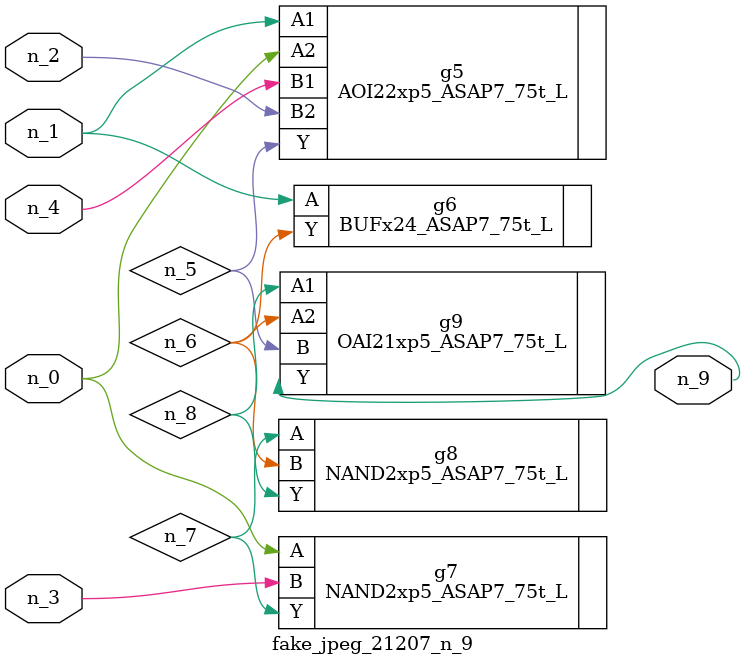
<source format=v>
module fake_jpeg_21207_n_9 (n_3, n_2, n_1, n_0, n_4, n_9);

input n_3;
input n_2;
input n_1;
input n_0;
input n_4;

output n_9;

wire n_8;
wire n_6;
wire n_5;
wire n_7;

AOI22xp5_ASAP7_75t_L g5 ( 
.A1(n_1),
.A2(n_0),
.B1(n_4),
.B2(n_2),
.Y(n_5)
);

BUFx24_ASAP7_75t_L g6 ( 
.A(n_1),
.Y(n_6)
);

NAND2xp5_ASAP7_75t_L g7 ( 
.A(n_0),
.B(n_3),
.Y(n_7)
);

NAND2xp5_ASAP7_75t_L g8 ( 
.A(n_7),
.B(n_6),
.Y(n_8)
);

OAI21xp5_ASAP7_75t_L g9 ( 
.A1(n_8),
.A2(n_6),
.B(n_5),
.Y(n_9)
);


endmodule
</source>
